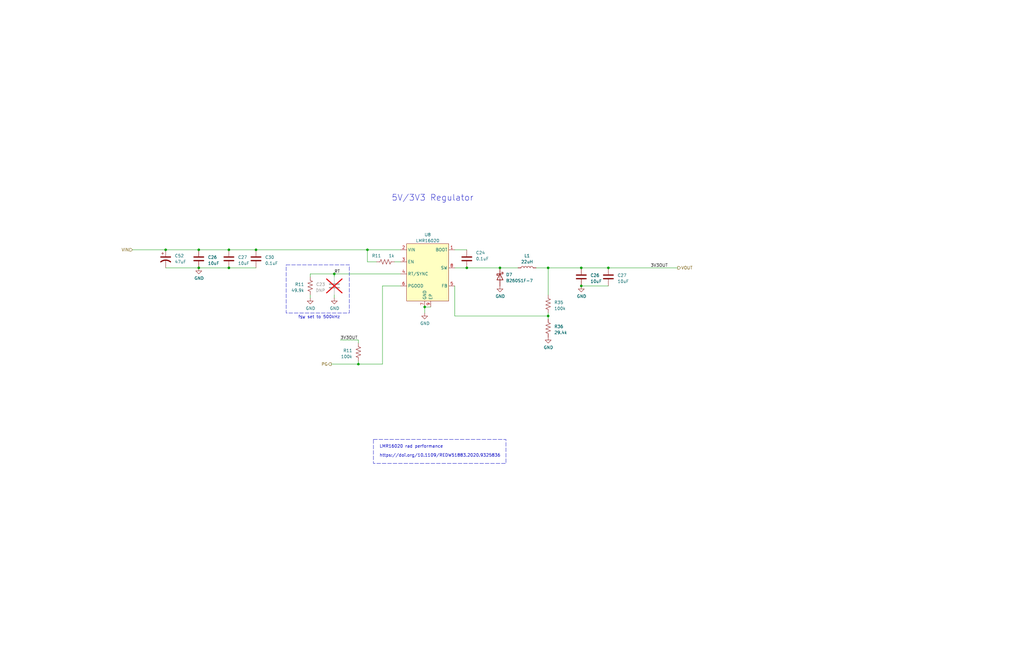
<source format=kicad_sch>
(kicad_sch (version 20230121) (generator eeschema)
  (paper "B")
  (lib_symbols
    (symbol "Device:C" (pin_numbers hide) (pin_names (offset 0.254))
      (property "Reference" "C" (at 0.635 2.54 0))
      (property "Value" "C" (at 0.635 -2.54 0))
      (symbol "C_0_1"
        (polyline (pts (xy -2.032 -0.762) (xy 2.032 -0.762)) (stroke (width 0.508)))
        (polyline (pts (xy -2.032 0.762) (xy 2.032 0.762)) (stroke (width 0.508)))
      )
      (symbol "C_1_1"
        (pin passive line (at 0 3.81 270) (length 2.794) (name "~") (number "1"))
        (pin passive line (at 0 -3.81 90) (length 2.794) (name "~") (number "2"))
      )
    )
    (symbol "Device:C_Polarized_US" (pin_numbers hide) (pin_names (offset 0.254) hide)
      (property "Reference" "C" (at 0.635 2.54 0))
      (property "Value" "C_Polarized_US" (at 0.635 -2.54 0))
      (symbol "C_Polarized_US_0_1"
        (polyline (pts (xy -2.032 0.762) (xy 2.032 0.762)) (stroke (width 0.508)))
        (polyline (pts (xy -1.778 2.286) (xy -0.762 2.286)))
        (polyline (pts (xy -1.27 1.778) (xy -1.27 2.794)))
        (arc (start 2.032 -1.27) (mid 0 -0.5572) (end -2.032 -1.27) (stroke (width 0.508)))
      )
      (symbol "C_Polarized_US_1_1"
        (pin passive line (at 0 3.81 270) (length 2.794) (name "~") (number "1"))
        (pin passive line (at 0 -3.81 90) (length 3.302) (name "~") (number "2"))
      )
    )
    (symbol "Device:D_Schottky" (pin_numbers hide) (pin_names (offset 1.016) hide)
      (property "Reference" "D" (at 0 2.54 0))
      (property "Value" "D_Schottky" (at 0 -2.54 0))
      (symbol "D_Schottky_0_1"
        (polyline (pts (xy 1.27 0) (xy -1.27 0)))
        (polyline (pts (xy 1.27 1.27) (xy 1.27 -1.27) (xy -1.27 0) (xy 1.27 1.27)) (stroke (width 0.254)))
        (polyline (pts (xy -1.905 0.635) (xy -1.905 1.27) (xy -1.27 1.27) (xy -1.27 -1.27) (xy -0.635 -1.27) (xy -0.635 -0.635)) (stroke (width 0.254)))
      )
      (symbol "D_Schottky_1_1"
        (pin passive line (at -3.81 0 0) (length 2.54) (name "K") (number "1"))
        (pin passive line (at 3.81 0 180) (length 2.54) (name "A") (number "2"))
      )
    )
    (symbol "Device:L" (pin_numbers hide) (pin_names (offset 1.016) hide)
      (property "Reference" "L" (at -1.27 0 90))
      (property "Value" "L" (at 1.905 0 90))
      (symbol "L_0_1"
        (arc (start 0 -2.54) (mid 0.6323 -1.905) (end 0 -1.27))
        (arc (start 0 -1.27) (mid 0.6323 -0.635) (end 0 0))
        (arc (start 0 0) (mid 0.6323 0.635) (end 0 1.27))
        (arc (start 0 1.27) (mid 0.6323 1.905) (end 0 2.54))
      )
      (symbol "L_1_1"
        (pin passive line (at 0 3.81 270) (length 1.27) (name "1") (number "1"))
        (pin passive line (at 0 -3.81 90) (length 1.27) (name "2") (number "2"))
      )
    )
    (symbol "Device:R_US" (pin_numbers hide) (pin_names (offset 0))
      (property "Reference" "R" (at 2.54 0 90))
      (property "Value" "R_US" (at -2.54 0 90))
      (symbol "R_US_0_1"
        (polyline (pts (xy 0 -2.286) (xy 0 -2.54)))
        (polyline (pts (xy 0 2.286) (xy 0 2.54)))
        (polyline (pts (xy 0 -0.762) (xy 1.016 -1.143) (xy 0 -1.524) (xy -1.016 -1.905) (xy 0 -2.286)))
        (polyline (pts (xy 0 0.762) (xy 1.016 0.381) (xy 0 0) (xy -1.016 -0.381) (xy 0 -0.762)))
        (polyline (pts (xy 0 2.286) (xy 1.016 1.905) (xy 0 1.524) (xy -1.016 1.143) (xy 0 0.762)))
      )
      (symbol "R_US_1_1"
        (pin passive line (at 0 3.81 270) (length 1.27) (name "~") (number "1"))
        (pin passive line (at 0 -3.81 90) (length 1.27) (name "~") (number "2"))
      )
    )
    (symbol "SierraLobo:LMR16020"
      (property "Reference" "U" (at 0 3.81 0))
      (property "Value" "LMR16020" (at 0 1.27 0))
      (symbol "LMR16020_0_0"
        (pin unspecified line (at 11.43 -2.54 180) (length 2.54) (name "BOOT") (number "1"))
        (pin unspecified line (at -11.43 -2.54 0) (length 2.54) (name "VIN") (number "2"))
        (pin unspecified line (at -11.43 -7.62 0) (length 2.54) (name "EN") (number "3"))
        (pin unspecified line (at -11.43 -12.7 0) (length 2.54) (name "RT/SYNC") (number "4"))
        (pin unspecified line (at 11.43 -17.78 180) (length 2.54) (name "FB") (number "5"))
        (pin unspecified line (at -11.43 -17.78 0) (length 2.54) (name "PGOOD") (number "6"))
        (pin unspecified line (at -1.27 -26.67 90) (length 2.54) (name "GND") (number "7"))
        (pin unspecified line (at 11.43 -10.16 180) (length 2.54) (name "SW") (number "8"))
        (pin unspecified line (at 1.27 -26.67 90) (length 2.54) (name "EP") (number "9"))
      )
      (symbol "LMR16020_1_1"
        (rectangle (start -8.89 0) (end 8.89 -24.13) (fill (type background)))
      )
    )
    (symbol "power:GND" (power) (pin_names (offset 0))
      (property "Value" "GND" (at 0 -3.81 0))
      (symbol "GND_0_1"
        (polyline (pts (xy 0 0) (xy 0 -1.27) (xy 1.27 -1.27) (xy 0 -2.54) (xy -1.27 -1.27) (xy 0 -1.27)))
      )
      (symbol "GND_1_1"
        (pin power_in line (at 0 0 270) (length 0) hide (name "GND") (number "1"))
      )
    )
  )
  (junction (at 140.97 115.57))
  (junction (at 83.82 113.03))
  (junction (at 231.14 133.35))
  (junction (at 196.85 113.03))
  (junction (at 151.13 153.67))
  (junction (at 179.07 129.54))
  (junction (at 96.52 105.41))
  (junction (at 245.11 120.65))
  (junction (at 96.52 113.03))
  (junction (at 154.94 105.41))
  (junction (at 231.14 113.03))
  (junction (at 245.11 113.03))
  (junction (at 69.85 105.41))
  (junction (at 210.82 113.03))
  (junction (at 107.95 105.41))
  (junction (at 83.82 105.41))
  (junction (at 256.54 113.03))
  (wire (pts (xy 191.77 113.03) (xy 196.85 113.03)))
  (wire (pts (xy 69.85 105.41) (xy 83.82 105.41)))
  (wire (pts (xy 168.91 120.65) (xy 161.29 120.65)))
  (wire (pts (xy 140.97 116.84) (xy 140.97 115.57)))
  (wire (pts (xy 55.88 105.41) (xy 69.85 105.41)))
  (wire (pts (xy 231.14 132.08) (xy 231.14 133.35)))
  (wire (pts (xy 96.52 105.41) (xy 107.95 105.41)))
  (wire (pts (xy 140.97 125.73) (xy 140.97 124.46)))
  (wire (pts (xy 210.82 113.03) (xy 196.85 113.03)))
  (wire (pts (xy 210.82 113.03) (xy 218.44 113.03)))
  (wire (pts (xy 191.77 105.41) (xy 196.85 105.41)))
  (wire (pts (xy 231.14 113.03) (xy 245.11 113.03)))
  (wire (pts (xy 151.13 152.4) (xy 151.13 153.67)))
  (wire (pts (xy 256.54 113.03) (xy 285.75 113.03)))
  (wire (pts (xy 151.13 153.67) (xy 161.29 153.67)))
  (wire (pts (xy 245.11 120.65) (xy 256.54 120.65)))
  (wire (pts (xy 231.14 113.03) (xy 226.06 113.03)))
  (wire (pts (xy 83.82 113.03) (xy 96.52 113.03)))
  (wire (pts (xy 154.94 105.41) (xy 168.91 105.41)))
  (wire (pts (xy 83.82 105.41) (xy 96.52 105.41)))
  (wire (pts (xy 154.94 110.49) (xy 154.94 105.41)))
  (wire (pts (xy 130.81 115.57) (xy 130.81 116.84)))
  (wire (pts (xy 245.11 113.03) (xy 256.54 113.03)))
  (wire (pts (xy 166.37 110.49) (xy 168.91 110.49)))
  (wire (pts (xy 179.07 129.54) (xy 179.07 132.08)))
  (wire (pts (xy 231.14 124.46) (xy 231.14 113.03)))
  (wire (pts (xy 151.13 143.51) (xy 151.13 144.78)))
  (wire (pts (xy 96.52 113.03) (xy 107.95 113.03)))
  (wire (pts (xy 191.77 133.35) (xy 231.14 133.35)))
  (wire (pts (xy 181.61 129.54) (xy 179.07 129.54)))
  (wire (pts (xy 143.51 143.51) (xy 151.13 143.51)))
  (wire (pts (xy 158.75 110.49) (xy 154.94 110.49)))
  (wire (pts (xy 69.85 113.03) (xy 83.82 113.03)))
  (wire (pts (xy 139.7 153.67) (xy 151.13 153.67)))
  (wire (pts (xy 130.81 115.57) (xy 140.97 115.57)))
  (wire (pts (xy 231.14 133.35) (xy 231.14 134.62)))
  (wire (pts (xy 191.77 120.65) (xy 191.77 133.35)))
  (wire (pts (xy 107.95 105.41) (xy 154.94 105.41)))
  (wire (pts (xy 140.97 115.57) (xy 168.91 115.57)))
  (wire (pts (xy 130.81 125.73) (xy 130.81 124.46)))
  (wire (pts (xy 161.29 120.65) (xy 161.29 153.67)))
  (rectangle (start 120.65 111.76) (end 147.32 132.08) (stroke (width 0) (type dash)))
  (rectangle (start 157.48 185.42) (end 213.36 195.58) (stroke (width 0) (type dash)))
  (text "5V/3V3 Regulator" (at 165.1 85.09 0) (effects (font (size 2.54 2.54)) (justify left bottom)))
  (text "LMR16020 rad performance" (at 160.02 189.23 0) (effects (font (size 1.27 1.27)) (justify left bottom)))
  (text "f_{SW} set to 500kHz" (at 125.73 134.62 0) (effects (font (size 1.27 1.27)) (justify left bottom)))
  (text "https://doi.org/10.1109/REDW51883.2020.9325836" (at 160.02 193.04 0) (effects (font (size 1.27 1.27)) (justify left bottom)))
  (label "RT" (at 140.97 115.57 0))
  (label "3V3OUT" (at 143.51 143.51 0))
  (label "3V3OUT" (at 274.32 113.03 0))
  (hierarchical_label "VOUT" (shape output) (at 285.75 113.03 0))
  (hierarchical_label "VIN" (shape input) (at 55.88 105.41 180))
  (hierarchical_label "PG" (shape output) (at 139.7 153.67 180))
  (symbol (lib_id "Device:C") (at 96.52 109.22 180) (unit 1)
    (property "Reference" "C27" (at 100.33 108.585 0) (effects (justify right)))
    (property "Value" "10uF" (at 100.33 111.125 0) (effects (justify right)))
    (property "Footprint" "Capacitor_SMD:C_0805_2012Metric" (effects hide))
    (instances (project "payload-interface-board" (path "" (reference "C27") (unit 1)) (path "" (reference "C75") (unit 1))))
  )
  (symbol (lib_id "Device:C") (at 83.82 109.22 180) (unit 1)
    (property "Reference" "C26" (at 87.63 108.585 0) (effects (justify right)))
    (property "Value" "10uF" (at 87.63 111.125 0) (effects (justify right)))
    (property "Footprint" "Capacitor_SMD:C_0805_2012Metric" (effects hide))
    (instances (project "payload-interface-board" (path "" (reference "C26") (unit 1)) (path "" (reference "C74") (unit 1))))
  )
  (symbol (lib_id "Device:R_US") (at 151.13 148.59 180) (unit 1)
    (property "Reference" "R11" (at 148.59 147.955 0) (effects (justify left)))
    (property "Value" "100k" (at 148.59 150.495 0) (effects (justify left)))
    (property "Footprint" "Resistor_SMD:R_0402_1005Metric" (effects hide))
    (instances (project "payload-interface-board" (path "" (reference "R11") (unit 1)) (path "" (reference "R34") (unit 1)) (path "" (reference "R162") (unit 1))))
  )
  (symbol (lib_id "power:GND") (at 140.97 125.73 0) (unit 1)
    (property "Reference" "#PWR018" (effects hide))
    (property "Value" "GND" (at 141.097 130.1242 0))
    (instances (project "RP2040_minimal" (path "" (reference "#PWR018") (unit 1))) (project "payload-interface-board" (path "" (reference "#PWR070") (unit 1)) (path "" (reference "#PWR0126") (unit 1))))
  )
  (symbol (lib_id "SierraLobo:LMR16020") (at 180.34 102.87 0) (unit 1)
    (property "Reference" "U8" (at 180.34 99.06 0))
    (property "Value" "LMR16020" (at 180.34 101.6 0))
    (property "Footprint" "Package_SO:Texas_HSOP-8-1EP_3.9x4.9mm_P1.27mm_ThermalVias" (effects hide))
    (property "Datasheet" "https://www.ti.com/lit/ds/symlink/lmr16020.pdf?ts=1687176903759" (effects hide))
    (property "Mrf. Part No" "LMR16020PDDAR" (effects hide))
    (property "Manufacturer" "Texas Instruments" (effects hide))
    (instances (project "payload-interface-board" (path "" (reference "U8") (unit 1)) (path "" (reference "U25") (unit 1))))
  )
  (symbol (lib_id "Device:C") (at 245.11 116.84 180) (unit 1)
    (property "Reference" "C26" (at 248.92 116.205 0) (effects (justify right)))
    (property "Value" "10uF" (at 248.92 118.745 0) (effects (justify right)))
    (property "Footprint" "Capacitor_SMD:C_0805_2012Metric" (effects hide))
    (instances (project "payload-interface-board" (path "" (reference "C26") (unit 1)) (path "" (reference "C78") (unit 1))))
  )
  (symbol (lib_id "power:GND") (at 130.81 125.73 0) (unit 1)
    (property "Reference" "#PWR018" (effects hide))
    (property "Value" "GND" (at 130.937 130.1242 0))
    (instances (project "RP2040_minimal" (path "" (reference "#PWR018") (unit 1))) (project "payload-interface-board" (path "" (reference "#PWR069") (unit 1)) (path "" (reference "#PWR0125") (unit 1))))
  )
  (symbol (lib_id "Device:C") (at 140.97 120.65 0) (mirror y) (unit 1) (dnp yes)
    (property "Reference" "C23" (at 137.16 120.015 0) (effects (justify left)))
    (property "Value" "DNP" (at 137.16 122.555 0) (effects (justify left)))
    (property "Footprint" "Capacitor_SMD:C_0603_1608Metric" (effects hide))
    (instances (project "payload-interface-board" (path "" (reference "C23") (unit 1)) (path "" (reference "C80") (unit 1))))
  )
  (symbol (lib_id "power:GND") (at 231.14 142.24 0) (unit 1)
    (property "Reference" "#PWR018" (effects hide))
    (property "Value" "GND" (at 231.267 146.6342 0))
    (instances (project "RP2040_minimal" (path "" (reference "#PWR018") (unit 1))) (project "payload-interface-board" (path "" (reference "#PWR0136") (unit 1)) (path "" (reference "#PWR0128") (unit 1))))
  )
  (symbol (lib_id "power:GND") (at 83.82 113.03 0) (unit 1)
    (property "Reference" "#PWR018" (effects hide))
    (property "Value" "GND" (at 83.947 117.4242 0))
    (instances (project "RP2040_minimal" (path "" (reference "#PWR018") (unit 1))) (project "payload-interface-board" (path "" (reference "#PWR0137") (unit 1)) (path "" (reference "#PWR0122") (unit 1))))
  )
  (symbol (lib_id "Device:R_US") (at 231.14 128.27 0) (unit 1)
    (property "Reference" "R35" (at 233.68 127.635 0) (effects (justify left)))
    (property "Value" "100k" (at 233.68 130.175 0) (effects (justify left)))
    (property "Footprint" "Resistor_SMD:R_0603_1608Metric" (effects hide))
    (instances (project "payload-interface-board" (path "" (reference "R35") (unit 1)) (path "" (reference "R160") (unit 1))))
  )
  (symbol (lib_id "Device:R_US") (at 162.56 110.49 90) (unit 1)
    (property "Reference" "R11" (at 158.75 107.95 90))
    (property "Value" "1k" (at 165.1 107.95 90))
    (property "Footprint" "Resistor_SMD:R_0402_1005Metric" (effects hide))
    (instances (project "payload-interface-board" (path "" (reference "R11") (unit 1)) (path "" (reference "R33") (unit 1)) (path "" (reference "R158") (unit 1))))
  )
  (symbol (lib_id "power:GND") (at 179.07 132.08 0) (unit 1)
    (property "Reference" "#PWR018" (effects hide))
    (property "Value" "GND" (at 179.197 136.4742 0))
    (instances (project "RP2040_minimal" (path "" (reference "#PWR018") (unit 1))) (project "payload-interface-board" (path "" (reference "#PWR042") (unit 1)) (path "" (reference "#PWR0127") (unit 1))))
  )
  (symbol (lib_id "Device:C") (at 196.85 109.22 180) (unit 1)
    (property "Reference" "C24" (at 200.66 106.68 0) (effects (justify right)))
    (property "Value" "0.1uF" (at 200.66 109.22 0) (effects (justify right)))
    (property "Footprint" "Capacitor_SMD:C_0402_1005Metric" (effects hide))
    (property "Manufacturer" "TDK" (effects hide))
    (property "Mfr. Part No" "CGA2B3X7R1H104K050BE" (effects hide))
    (property "Description" "CAP CER 0.1UF 50V X7R 0402" (effects hide))
    (instances (project "payload-interface-board" (path "" (reference "C24") (unit 1)) (path "" (reference "C77") (unit 1))))
  )
  (symbol (lib_id "Device:D_Schottky") (at 210.82 116.84 270) (unit 1)
    (property "Reference" "D7" (at 213.36 115.8875 90) (effects (justify left)))
    (property "Value" "B260S1F-7" (at 213.36 118.4275 90) (effects (justify left)))
    (property "Footprint" "Diode_SMD:D_SOD-123F" (effects hide))
    (property "Manufacturer" "Diodes Incorporated" (effects hide))
    (property "Mfr. Part No" "B260S1F-7" (effects hide))
    (property "Description" "DIODE SCHOTTKY 60V 2A SOD123F" (effects hide))
    (instances (project "payload-interface-board" (path "" (reference "D7") (unit 1)) (path "" (reference "D14") (unit 1))))
  )
  (symbol (lib_id "Device:R_US") (at 130.81 120.65 180) (unit 1)
    (property "Reference" "R11" (at 128.27 120.015 0) (effects (justify left)))
    (property "Value" "49.9k" (at 128.27 122.555 0) (effects (justify left)))
    (property "Footprint" "Resistor_SMD:R_0603_1608Metric" (effects hide))
    (instances (project "payload-interface-board" (path "" (reference "R11") (unit 1)) (path "" (reference "R34") (unit 1)) (path "" (reference "R159") (unit 1))))
  )
  (symbol (lib_id "Device:L") (at 222.25 113.03 90) (unit 1)
    (property "Reference" "L1" (at 222.25 107.95 90))
    (property "Value" "22uH" (at 222.25 110.49 90))
    (property "Footprint" "Inductor_SMD:L_Vishay_IHLP-2525" (effects hide))
    (property "Manufacturer" "Vishay Dale" (effects hide))
    (property "Mfr. Part No" "IHLP2525CZER220M8A" (effects hide))
  )
  (symbol (lib_id "Device:C_Polarized_US") (at 69.85 109.22 0) (unit 1)
    (property "Reference" "C52" (at 73.66 107.95 0) (effects (justify left)))
    (property "Value" "47uF" (at 73.66 110.49 0) (effects (justify left)))
    (property "Footprint" "Capacitor_Tantalum_SMD:CP_EIA-7343-43_Kemet-X" (effects hide))
    (property "Mfr. Part No" "TH3D476K016C0600" (effects hide))
    (instances (project "payload-interface-board" (path "" (reference "C52") (unit 1)) (path "" (reference "C73") (unit 1))))
  )
  (symbol (lib_id "Device:C") (at 256.54 116.84 180) (unit 1)
    (property "Reference" "C27" (at 260.35 116.205 0) (effects (justify right)))
    (property "Value" "10uF" (at 260.35 118.745 0) (effects (justify right)))
    (property "Footprint" "Capacitor_SMD:C_0805_2012Metric" (effects hide))
    (instances (project "payload-interface-board" (path "" (reference "C27") (unit 1)) (path "" (reference "C79") (unit 1))))
  )
  (symbol (lib_id "Device:C") (at 107.95 109.22 180) (unit 1)
    (property "Reference" "C30" (at 111.76 108.585 0) (effects (justify right)))
    (property "Value" "0.1uF" (at 111.76 111.125 0) (effects (justify right)))
    (property "Footprint" "Capacitor_SMD:C_0402_1005Metric" (effects hide))
    (instances (project "payload-interface-board" (path "" (reference "C30") (unit 1)) (path "" (reference "C76") (unit 1))))
  )
  (symbol (lib_id "power:GND") (at 210.82 120.65 0) (unit 1)
    (property "Reference" "#PWR018" (effects hide))
    (property "Value" "GND" (at 210.947 125.0442 0))
    (instances (project "RP2040_minimal" (path "" (reference "#PWR018") (unit 1))) (project "payload-interface-board" (path "" (reference "#PWR0135") (unit 1)) (path "" (reference "#PWR0123") (unit 1))))
  )
  (symbol (lib_id "power:GND") (at 245.11 120.65 0) (unit 1)
    (property "Reference" "#PWR018" (effects hide))
    (property "Value" "GND" (at 245.237 125.0442 0))
    (instances (project "RP2040_minimal" (path "" (reference "#PWR018") (unit 1))) (project "payload-interface-board" (path "" (reference "#PWR0137") (unit 1)) (path "" (reference "#PWR0124") (unit 1))))
  )
  (symbol (lib_id "Device:R_US") (at 231.14 138.43 0) (unit 1)
    (property "Reference" "R36" (at 233.68 137.795 0) (effects (justify left)))
    (property "Value" "29.4k" (at 233.68 140.335 0) (effects (justify left)))
    (property "Footprint" "Resistor_SMD:R_0603_1608Metric" (effects hide))
    (instances (project "payload-interface-board" (path "" (reference "R36") (unit 1)) (path "" (reference "R161") (unit 1))))
  )
)
</source>
